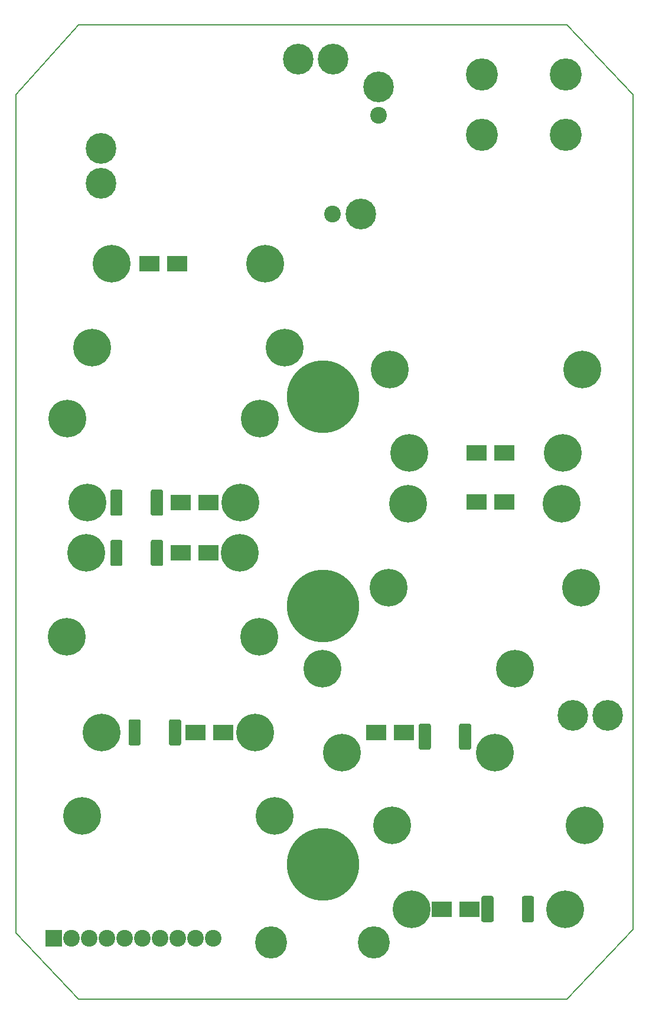
<source format=gbr>
G04 #@! TF.GenerationSoftware,KiCad,Pcbnew,(5.1.0)-1*
G04 #@! TF.CreationDate,2019-05-23T14:19:01+02:00*
G04 #@! TF.ProjectId,relay_card,72656c61-795f-4636-9172-642e6b696361,rev?*
G04 #@! TF.SameCoordinates,Original*
G04 #@! TF.FileFunction,Soldermask,Bot*
G04 #@! TF.FilePolarity,Negative*
%FSLAX46Y46*%
G04 Gerber Fmt 4.6, Leading zero omitted, Abs format (unit mm)*
G04 Created by KiCad (PCBNEW (5.1.0)-1) date 2019-05-23 14:19:01*
%MOMM*%
%LPD*%
G04 APERTURE LIST*
%ADD10C,0.150000*%
%ADD11C,5.400000*%
%ADD12C,4.600000*%
%ADD13C,2.400000*%
%ADD14R,2.400000X2.400000*%
%ADD15C,0.100000*%
%ADD16C,1.750000*%
%ADD17C,4.400000*%
%ADD18C,10.400000*%
%ADD19R,2.900000X2.200000*%
G04 APERTURE END LIST*
D10*
X160000000Y-29900000D02*
X169500000Y-39900000D01*
X90000000Y-169400000D02*
X81000000Y-159900000D01*
X160000000Y-169400000D02*
X169500000Y-159400000D01*
X90000000Y-29900000D02*
X81000000Y-39900000D01*
X160000000Y-29900000D02*
X90000000Y-29900000D01*
X169500000Y-159400000D02*
X169500000Y-39900000D01*
X90000000Y-169400000D02*
X160000000Y-169400000D01*
X81000000Y-39900000D02*
X81000000Y-159900000D01*
D11*
X134900000Y-144500000D03*
X162500000Y-144500000D03*
X159700000Y-156500000D03*
X137700000Y-156500000D03*
X118100000Y-143200000D03*
X90500000Y-143200000D03*
X93300000Y-131200000D03*
X115300000Y-131200000D03*
X119500000Y-76100000D03*
X91900000Y-76100000D03*
X94700000Y-64100000D03*
X116700000Y-64100000D03*
X124900000Y-122100000D03*
X152500000Y-122100000D03*
X149700000Y-134100000D03*
X127700000Y-134100000D03*
X115900000Y-117500000D03*
X88300000Y-117500000D03*
X91100000Y-105500000D03*
X113100000Y-105500000D03*
X88400000Y-86300000D03*
X116000000Y-86300000D03*
X113200000Y-98300000D03*
X91200000Y-98300000D03*
X162000000Y-110500000D03*
X134400000Y-110500000D03*
X137200000Y-98500000D03*
X159200000Y-98500000D03*
X134600000Y-79200000D03*
X162200000Y-79200000D03*
X159400000Y-91200000D03*
X137400000Y-91200000D03*
D12*
X132300000Y-161300000D03*
X117600000Y-161300000D03*
X147800000Y-37000000D03*
X159800000Y-45600000D03*
X147800000Y-45600000D03*
X159800000Y-37000000D03*
D13*
X109260000Y-160700000D03*
X106720000Y-160700000D03*
X104180000Y-160700000D03*
X101640000Y-160700000D03*
X99100000Y-160700000D03*
X96560000Y-160700000D03*
X94020000Y-160700000D03*
X91480000Y-160700000D03*
X88940000Y-160700000D03*
D14*
X86400000Y-160700000D03*
D15*
G36*
X101782692Y-96426561D02*
G01*
X101814151Y-96431227D01*
X101845000Y-96438954D01*
X101874944Y-96449669D01*
X101903694Y-96463266D01*
X101930972Y-96479616D01*
X101956517Y-96498561D01*
X101980081Y-96519919D01*
X102001439Y-96543483D01*
X102020384Y-96569028D01*
X102036734Y-96596306D01*
X102050331Y-96625056D01*
X102061046Y-96655000D01*
X102068773Y-96685849D01*
X102073439Y-96717308D01*
X102075000Y-96749073D01*
X102075000Y-99850927D01*
X102073439Y-99882692D01*
X102068773Y-99914151D01*
X102061046Y-99945000D01*
X102050331Y-99974944D01*
X102036734Y-100003694D01*
X102020384Y-100030972D01*
X102001439Y-100056517D01*
X101980081Y-100080081D01*
X101956517Y-100101439D01*
X101930972Y-100120384D01*
X101903694Y-100136734D01*
X101874944Y-100150331D01*
X101845000Y-100161046D01*
X101814151Y-100168773D01*
X101782692Y-100173439D01*
X101750927Y-100175000D01*
X100649073Y-100175000D01*
X100617308Y-100173439D01*
X100585849Y-100168773D01*
X100555000Y-100161046D01*
X100525056Y-100150331D01*
X100496306Y-100136734D01*
X100469028Y-100120384D01*
X100443483Y-100101439D01*
X100419919Y-100080081D01*
X100398561Y-100056517D01*
X100379616Y-100030972D01*
X100363266Y-100003694D01*
X100349669Y-99974944D01*
X100338954Y-99945000D01*
X100331227Y-99914151D01*
X100326561Y-99882692D01*
X100325000Y-99850927D01*
X100325000Y-96749073D01*
X100326561Y-96717308D01*
X100331227Y-96685849D01*
X100338954Y-96655000D01*
X100349669Y-96625056D01*
X100363266Y-96596306D01*
X100379616Y-96569028D01*
X100398561Y-96543483D01*
X100419919Y-96519919D01*
X100443483Y-96498561D01*
X100469028Y-96479616D01*
X100496306Y-96463266D01*
X100525056Y-96449669D01*
X100555000Y-96438954D01*
X100585849Y-96431227D01*
X100617308Y-96426561D01*
X100649073Y-96425000D01*
X101750927Y-96425000D01*
X101782692Y-96426561D01*
X101782692Y-96426561D01*
G37*
D16*
X101200000Y-98300000D03*
D15*
G36*
X95982692Y-96426561D02*
G01*
X96014151Y-96431227D01*
X96045000Y-96438954D01*
X96074944Y-96449669D01*
X96103694Y-96463266D01*
X96130972Y-96479616D01*
X96156517Y-96498561D01*
X96180081Y-96519919D01*
X96201439Y-96543483D01*
X96220384Y-96569028D01*
X96236734Y-96596306D01*
X96250331Y-96625056D01*
X96261046Y-96655000D01*
X96268773Y-96685849D01*
X96273439Y-96717308D01*
X96275000Y-96749073D01*
X96275000Y-99850927D01*
X96273439Y-99882692D01*
X96268773Y-99914151D01*
X96261046Y-99945000D01*
X96250331Y-99974944D01*
X96236734Y-100003694D01*
X96220384Y-100030972D01*
X96201439Y-100056517D01*
X96180081Y-100080081D01*
X96156517Y-100101439D01*
X96130972Y-100120384D01*
X96103694Y-100136734D01*
X96074944Y-100150331D01*
X96045000Y-100161046D01*
X96014151Y-100168773D01*
X95982692Y-100173439D01*
X95950927Y-100175000D01*
X94849073Y-100175000D01*
X94817308Y-100173439D01*
X94785849Y-100168773D01*
X94755000Y-100161046D01*
X94725056Y-100150331D01*
X94696306Y-100136734D01*
X94669028Y-100120384D01*
X94643483Y-100101439D01*
X94619919Y-100080081D01*
X94598561Y-100056517D01*
X94579616Y-100030972D01*
X94563266Y-100003694D01*
X94549669Y-99974944D01*
X94538954Y-99945000D01*
X94531227Y-99914151D01*
X94526561Y-99882692D01*
X94525000Y-99850927D01*
X94525000Y-96749073D01*
X94526561Y-96717308D01*
X94531227Y-96685849D01*
X94538954Y-96655000D01*
X94549669Y-96625056D01*
X94563266Y-96596306D01*
X94579616Y-96569028D01*
X94598561Y-96543483D01*
X94619919Y-96519919D01*
X94643483Y-96498561D01*
X94669028Y-96479616D01*
X94696306Y-96463266D01*
X94725056Y-96449669D01*
X94755000Y-96438954D01*
X94785849Y-96431227D01*
X94817308Y-96426561D01*
X94849073Y-96425000D01*
X95950927Y-96425000D01*
X95982692Y-96426561D01*
X95982692Y-96426561D01*
G37*
D16*
X95400000Y-98300000D03*
D17*
X121500000Y-34800000D03*
X126500000Y-34800000D03*
X93200000Y-52600000D03*
X93200000Y-47600000D03*
X160800000Y-128800000D03*
X165800000Y-128800000D03*
D18*
X125000000Y-150100000D03*
X125000000Y-113100000D03*
X125000000Y-83100000D03*
D15*
G36*
X104382692Y-129326561D02*
G01*
X104414151Y-129331227D01*
X104445000Y-129338954D01*
X104474944Y-129349669D01*
X104503694Y-129363266D01*
X104530972Y-129379616D01*
X104556517Y-129398561D01*
X104580081Y-129419919D01*
X104601439Y-129443483D01*
X104620384Y-129469028D01*
X104636734Y-129496306D01*
X104650331Y-129525056D01*
X104661046Y-129555000D01*
X104668773Y-129585849D01*
X104673439Y-129617308D01*
X104675000Y-129649073D01*
X104675000Y-132750927D01*
X104673439Y-132782692D01*
X104668773Y-132814151D01*
X104661046Y-132845000D01*
X104650331Y-132874944D01*
X104636734Y-132903694D01*
X104620384Y-132930972D01*
X104601439Y-132956517D01*
X104580081Y-132980081D01*
X104556517Y-133001439D01*
X104530972Y-133020384D01*
X104503694Y-133036734D01*
X104474944Y-133050331D01*
X104445000Y-133061046D01*
X104414151Y-133068773D01*
X104382692Y-133073439D01*
X104350927Y-133075000D01*
X103249073Y-133075000D01*
X103217308Y-133073439D01*
X103185849Y-133068773D01*
X103155000Y-133061046D01*
X103125056Y-133050331D01*
X103096306Y-133036734D01*
X103069028Y-133020384D01*
X103043483Y-133001439D01*
X103019919Y-132980081D01*
X102998561Y-132956517D01*
X102979616Y-132930972D01*
X102963266Y-132903694D01*
X102949669Y-132874944D01*
X102938954Y-132845000D01*
X102931227Y-132814151D01*
X102926561Y-132782692D01*
X102925000Y-132750927D01*
X102925000Y-129649073D01*
X102926561Y-129617308D01*
X102931227Y-129585849D01*
X102938954Y-129555000D01*
X102949669Y-129525056D01*
X102963266Y-129496306D01*
X102979616Y-129469028D01*
X102998561Y-129443483D01*
X103019919Y-129419919D01*
X103043483Y-129398561D01*
X103069028Y-129379616D01*
X103096306Y-129363266D01*
X103125056Y-129349669D01*
X103155000Y-129338954D01*
X103185849Y-129331227D01*
X103217308Y-129326561D01*
X103249073Y-129325000D01*
X104350927Y-129325000D01*
X104382692Y-129326561D01*
X104382692Y-129326561D01*
G37*
D16*
X103800000Y-131200000D03*
D15*
G36*
X98582692Y-129326561D02*
G01*
X98614151Y-129331227D01*
X98645000Y-129338954D01*
X98674944Y-129349669D01*
X98703694Y-129363266D01*
X98730972Y-129379616D01*
X98756517Y-129398561D01*
X98780081Y-129419919D01*
X98801439Y-129443483D01*
X98820384Y-129469028D01*
X98836734Y-129496306D01*
X98850331Y-129525056D01*
X98861046Y-129555000D01*
X98868773Y-129585849D01*
X98873439Y-129617308D01*
X98875000Y-129649073D01*
X98875000Y-132750927D01*
X98873439Y-132782692D01*
X98868773Y-132814151D01*
X98861046Y-132845000D01*
X98850331Y-132874944D01*
X98836734Y-132903694D01*
X98820384Y-132930972D01*
X98801439Y-132956517D01*
X98780081Y-132980081D01*
X98756517Y-133001439D01*
X98730972Y-133020384D01*
X98703694Y-133036734D01*
X98674944Y-133050331D01*
X98645000Y-133061046D01*
X98614151Y-133068773D01*
X98582692Y-133073439D01*
X98550927Y-133075000D01*
X97449073Y-133075000D01*
X97417308Y-133073439D01*
X97385849Y-133068773D01*
X97355000Y-133061046D01*
X97325056Y-133050331D01*
X97296306Y-133036734D01*
X97269028Y-133020384D01*
X97243483Y-133001439D01*
X97219919Y-132980081D01*
X97198561Y-132956517D01*
X97179616Y-132930972D01*
X97163266Y-132903694D01*
X97149669Y-132874944D01*
X97138954Y-132845000D01*
X97131227Y-132814151D01*
X97126561Y-132782692D01*
X97125000Y-132750927D01*
X97125000Y-129649073D01*
X97126561Y-129617308D01*
X97131227Y-129585849D01*
X97138954Y-129555000D01*
X97149669Y-129525056D01*
X97163266Y-129496306D01*
X97179616Y-129469028D01*
X97198561Y-129443483D01*
X97219919Y-129419919D01*
X97243483Y-129398561D01*
X97269028Y-129379616D01*
X97296306Y-129363266D01*
X97325056Y-129349669D01*
X97355000Y-129338954D01*
X97385849Y-129331227D01*
X97417308Y-129326561D01*
X97449073Y-129325000D01*
X98550927Y-129325000D01*
X98582692Y-129326561D01*
X98582692Y-129326561D01*
G37*
D16*
X98000000Y-131200000D03*
D15*
G36*
X101782692Y-103626561D02*
G01*
X101814151Y-103631227D01*
X101845000Y-103638954D01*
X101874944Y-103649669D01*
X101903694Y-103663266D01*
X101930972Y-103679616D01*
X101956517Y-103698561D01*
X101980081Y-103719919D01*
X102001439Y-103743483D01*
X102020384Y-103769028D01*
X102036734Y-103796306D01*
X102050331Y-103825056D01*
X102061046Y-103855000D01*
X102068773Y-103885849D01*
X102073439Y-103917308D01*
X102075000Y-103949073D01*
X102075000Y-107050927D01*
X102073439Y-107082692D01*
X102068773Y-107114151D01*
X102061046Y-107145000D01*
X102050331Y-107174944D01*
X102036734Y-107203694D01*
X102020384Y-107230972D01*
X102001439Y-107256517D01*
X101980081Y-107280081D01*
X101956517Y-107301439D01*
X101930972Y-107320384D01*
X101903694Y-107336734D01*
X101874944Y-107350331D01*
X101845000Y-107361046D01*
X101814151Y-107368773D01*
X101782692Y-107373439D01*
X101750927Y-107375000D01*
X100649073Y-107375000D01*
X100617308Y-107373439D01*
X100585849Y-107368773D01*
X100555000Y-107361046D01*
X100525056Y-107350331D01*
X100496306Y-107336734D01*
X100469028Y-107320384D01*
X100443483Y-107301439D01*
X100419919Y-107280081D01*
X100398561Y-107256517D01*
X100379616Y-107230972D01*
X100363266Y-107203694D01*
X100349669Y-107174944D01*
X100338954Y-107145000D01*
X100331227Y-107114151D01*
X100326561Y-107082692D01*
X100325000Y-107050927D01*
X100325000Y-103949073D01*
X100326561Y-103917308D01*
X100331227Y-103885849D01*
X100338954Y-103855000D01*
X100349669Y-103825056D01*
X100363266Y-103796306D01*
X100379616Y-103769028D01*
X100398561Y-103743483D01*
X100419919Y-103719919D01*
X100443483Y-103698561D01*
X100469028Y-103679616D01*
X100496306Y-103663266D01*
X100525056Y-103649669D01*
X100555000Y-103638954D01*
X100585849Y-103631227D01*
X100617308Y-103626561D01*
X100649073Y-103625000D01*
X101750927Y-103625000D01*
X101782692Y-103626561D01*
X101782692Y-103626561D01*
G37*
D16*
X101200000Y-105500000D03*
D15*
G36*
X95982692Y-103626561D02*
G01*
X96014151Y-103631227D01*
X96045000Y-103638954D01*
X96074944Y-103649669D01*
X96103694Y-103663266D01*
X96130972Y-103679616D01*
X96156517Y-103698561D01*
X96180081Y-103719919D01*
X96201439Y-103743483D01*
X96220384Y-103769028D01*
X96236734Y-103796306D01*
X96250331Y-103825056D01*
X96261046Y-103855000D01*
X96268773Y-103885849D01*
X96273439Y-103917308D01*
X96275000Y-103949073D01*
X96275000Y-107050927D01*
X96273439Y-107082692D01*
X96268773Y-107114151D01*
X96261046Y-107145000D01*
X96250331Y-107174944D01*
X96236734Y-107203694D01*
X96220384Y-107230972D01*
X96201439Y-107256517D01*
X96180081Y-107280081D01*
X96156517Y-107301439D01*
X96130972Y-107320384D01*
X96103694Y-107336734D01*
X96074944Y-107350331D01*
X96045000Y-107361046D01*
X96014151Y-107368773D01*
X95982692Y-107373439D01*
X95950927Y-107375000D01*
X94849073Y-107375000D01*
X94817308Y-107373439D01*
X94785849Y-107368773D01*
X94755000Y-107361046D01*
X94725056Y-107350331D01*
X94696306Y-107336734D01*
X94669028Y-107320384D01*
X94643483Y-107301439D01*
X94619919Y-107280081D01*
X94598561Y-107256517D01*
X94579616Y-107230972D01*
X94563266Y-107203694D01*
X94549669Y-107174944D01*
X94538954Y-107145000D01*
X94531227Y-107114151D01*
X94526561Y-107082692D01*
X94525000Y-107050927D01*
X94525000Y-103949073D01*
X94526561Y-103917308D01*
X94531227Y-103885849D01*
X94538954Y-103855000D01*
X94549669Y-103825056D01*
X94563266Y-103796306D01*
X94579616Y-103769028D01*
X94598561Y-103743483D01*
X94619919Y-103719919D01*
X94643483Y-103698561D01*
X94669028Y-103679616D01*
X94696306Y-103663266D01*
X94725056Y-103649669D01*
X94755000Y-103638954D01*
X94785849Y-103631227D01*
X94817308Y-103626561D01*
X94849073Y-103625000D01*
X95950927Y-103625000D01*
X95982692Y-103626561D01*
X95982692Y-103626561D01*
G37*
D16*
X95400000Y-105500000D03*
D15*
G36*
X149182692Y-154626561D02*
G01*
X149214151Y-154631227D01*
X149245000Y-154638954D01*
X149274944Y-154649669D01*
X149303694Y-154663266D01*
X149330972Y-154679616D01*
X149356517Y-154698561D01*
X149380081Y-154719919D01*
X149401439Y-154743483D01*
X149420384Y-154769028D01*
X149436734Y-154796306D01*
X149450331Y-154825056D01*
X149461046Y-154855000D01*
X149468773Y-154885849D01*
X149473439Y-154917308D01*
X149475000Y-154949073D01*
X149475000Y-158050927D01*
X149473439Y-158082692D01*
X149468773Y-158114151D01*
X149461046Y-158145000D01*
X149450331Y-158174944D01*
X149436734Y-158203694D01*
X149420384Y-158230972D01*
X149401439Y-158256517D01*
X149380081Y-158280081D01*
X149356517Y-158301439D01*
X149330972Y-158320384D01*
X149303694Y-158336734D01*
X149274944Y-158350331D01*
X149245000Y-158361046D01*
X149214151Y-158368773D01*
X149182692Y-158373439D01*
X149150927Y-158375000D01*
X148049073Y-158375000D01*
X148017308Y-158373439D01*
X147985849Y-158368773D01*
X147955000Y-158361046D01*
X147925056Y-158350331D01*
X147896306Y-158336734D01*
X147869028Y-158320384D01*
X147843483Y-158301439D01*
X147819919Y-158280081D01*
X147798561Y-158256517D01*
X147779616Y-158230972D01*
X147763266Y-158203694D01*
X147749669Y-158174944D01*
X147738954Y-158145000D01*
X147731227Y-158114151D01*
X147726561Y-158082692D01*
X147725000Y-158050927D01*
X147725000Y-154949073D01*
X147726561Y-154917308D01*
X147731227Y-154885849D01*
X147738954Y-154855000D01*
X147749669Y-154825056D01*
X147763266Y-154796306D01*
X147779616Y-154769028D01*
X147798561Y-154743483D01*
X147819919Y-154719919D01*
X147843483Y-154698561D01*
X147869028Y-154679616D01*
X147896306Y-154663266D01*
X147925056Y-154649669D01*
X147955000Y-154638954D01*
X147985849Y-154631227D01*
X148017308Y-154626561D01*
X148049073Y-154625000D01*
X149150927Y-154625000D01*
X149182692Y-154626561D01*
X149182692Y-154626561D01*
G37*
D16*
X148600000Y-156500000D03*
D15*
G36*
X154982692Y-154626561D02*
G01*
X155014151Y-154631227D01*
X155045000Y-154638954D01*
X155074944Y-154649669D01*
X155103694Y-154663266D01*
X155130972Y-154679616D01*
X155156517Y-154698561D01*
X155180081Y-154719919D01*
X155201439Y-154743483D01*
X155220384Y-154769028D01*
X155236734Y-154796306D01*
X155250331Y-154825056D01*
X155261046Y-154855000D01*
X155268773Y-154885849D01*
X155273439Y-154917308D01*
X155275000Y-154949073D01*
X155275000Y-158050927D01*
X155273439Y-158082692D01*
X155268773Y-158114151D01*
X155261046Y-158145000D01*
X155250331Y-158174944D01*
X155236734Y-158203694D01*
X155220384Y-158230972D01*
X155201439Y-158256517D01*
X155180081Y-158280081D01*
X155156517Y-158301439D01*
X155130972Y-158320384D01*
X155103694Y-158336734D01*
X155074944Y-158350331D01*
X155045000Y-158361046D01*
X155014151Y-158368773D01*
X154982692Y-158373439D01*
X154950927Y-158375000D01*
X153849073Y-158375000D01*
X153817308Y-158373439D01*
X153785849Y-158368773D01*
X153755000Y-158361046D01*
X153725056Y-158350331D01*
X153696306Y-158336734D01*
X153669028Y-158320384D01*
X153643483Y-158301439D01*
X153619919Y-158280081D01*
X153598561Y-158256517D01*
X153579616Y-158230972D01*
X153563266Y-158203694D01*
X153549669Y-158174944D01*
X153538954Y-158145000D01*
X153531227Y-158114151D01*
X153526561Y-158082692D01*
X153525000Y-158050927D01*
X153525000Y-154949073D01*
X153526561Y-154917308D01*
X153531227Y-154885849D01*
X153538954Y-154855000D01*
X153549669Y-154825056D01*
X153563266Y-154796306D01*
X153579616Y-154769028D01*
X153598561Y-154743483D01*
X153619919Y-154719919D01*
X153643483Y-154698561D01*
X153669028Y-154679616D01*
X153696306Y-154663266D01*
X153725056Y-154649669D01*
X153755000Y-154638954D01*
X153785849Y-154631227D01*
X153817308Y-154626561D01*
X153849073Y-154625000D01*
X154950927Y-154625000D01*
X154982692Y-154626561D01*
X154982692Y-154626561D01*
G37*
D16*
X154400000Y-156500000D03*
D15*
G36*
X140182692Y-129926561D02*
G01*
X140214151Y-129931227D01*
X140245000Y-129938954D01*
X140274944Y-129949669D01*
X140303694Y-129963266D01*
X140330972Y-129979616D01*
X140356517Y-129998561D01*
X140380081Y-130019919D01*
X140401439Y-130043483D01*
X140420384Y-130069028D01*
X140436734Y-130096306D01*
X140450331Y-130125056D01*
X140461046Y-130155000D01*
X140468773Y-130185849D01*
X140473439Y-130217308D01*
X140475000Y-130249073D01*
X140475000Y-133350927D01*
X140473439Y-133382692D01*
X140468773Y-133414151D01*
X140461046Y-133445000D01*
X140450331Y-133474944D01*
X140436734Y-133503694D01*
X140420384Y-133530972D01*
X140401439Y-133556517D01*
X140380081Y-133580081D01*
X140356517Y-133601439D01*
X140330972Y-133620384D01*
X140303694Y-133636734D01*
X140274944Y-133650331D01*
X140245000Y-133661046D01*
X140214151Y-133668773D01*
X140182692Y-133673439D01*
X140150927Y-133675000D01*
X139049073Y-133675000D01*
X139017308Y-133673439D01*
X138985849Y-133668773D01*
X138955000Y-133661046D01*
X138925056Y-133650331D01*
X138896306Y-133636734D01*
X138869028Y-133620384D01*
X138843483Y-133601439D01*
X138819919Y-133580081D01*
X138798561Y-133556517D01*
X138779616Y-133530972D01*
X138763266Y-133503694D01*
X138749669Y-133474944D01*
X138738954Y-133445000D01*
X138731227Y-133414151D01*
X138726561Y-133382692D01*
X138725000Y-133350927D01*
X138725000Y-130249073D01*
X138726561Y-130217308D01*
X138731227Y-130185849D01*
X138738954Y-130155000D01*
X138749669Y-130125056D01*
X138763266Y-130096306D01*
X138779616Y-130069028D01*
X138798561Y-130043483D01*
X138819919Y-130019919D01*
X138843483Y-129998561D01*
X138869028Y-129979616D01*
X138896306Y-129963266D01*
X138925056Y-129949669D01*
X138955000Y-129938954D01*
X138985849Y-129931227D01*
X139017308Y-129926561D01*
X139049073Y-129925000D01*
X140150927Y-129925000D01*
X140182692Y-129926561D01*
X140182692Y-129926561D01*
G37*
D16*
X139600000Y-131800000D03*
D15*
G36*
X145982692Y-129926561D02*
G01*
X146014151Y-129931227D01*
X146045000Y-129938954D01*
X146074944Y-129949669D01*
X146103694Y-129963266D01*
X146130972Y-129979616D01*
X146156517Y-129998561D01*
X146180081Y-130019919D01*
X146201439Y-130043483D01*
X146220384Y-130069028D01*
X146236734Y-130096306D01*
X146250331Y-130125056D01*
X146261046Y-130155000D01*
X146268773Y-130185849D01*
X146273439Y-130217308D01*
X146275000Y-130249073D01*
X146275000Y-133350927D01*
X146273439Y-133382692D01*
X146268773Y-133414151D01*
X146261046Y-133445000D01*
X146250331Y-133474944D01*
X146236734Y-133503694D01*
X146220384Y-133530972D01*
X146201439Y-133556517D01*
X146180081Y-133580081D01*
X146156517Y-133601439D01*
X146130972Y-133620384D01*
X146103694Y-133636734D01*
X146074944Y-133650331D01*
X146045000Y-133661046D01*
X146014151Y-133668773D01*
X145982692Y-133673439D01*
X145950927Y-133675000D01*
X144849073Y-133675000D01*
X144817308Y-133673439D01*
X144785849Y-133668773D01*
X144755000Y-133661046D01*
X144725056Y-133650331D01*
X144696306Y-133636734D01*
X144669028Y-133620384D01*
X144643483Y-133601439D01*
X144619919Y-133580081D01*
X144598561Y-133556517D01*
X144579616Y-133530972D01*
X144563266Y-133503694D01*
X144549669Y-133474944D01*
X144538954Y-133445000D01*
X144531227Y-133414151D01*
X144526561Y-133382692D01*
X144525000Y-133350927D01*
X144525000Y-130249073D01*
X144526561Y-130217308D01*
X144531227Y-130185849D01*
X144538954Y-130155000D01*
X144549669Y-130125056D01*
X144563266Y-130096306D01*
X144579616Y-130069028D01*
X144598561Y-130043483D01*
X144619919Y-130019919D01*
X144643483Y-129998561D01*
X144669028Y-129979616D01*
X144696306Y-129963266D01*
X144725056Y-129949669D01*
X144755000Y-129938954D01*
X144785849Y-129931227D01*
X144817308Y-129926561D01*
X144849073Y-129925000D01*
X145950927Y-129925000D01*
X145982692Y-129926561D01*
X145982692Y-129926561D01*
G37*
D16*
X145400000Y-131800000D03*
D17*
X130400000Y-57000000D03*
D13*
X126400000Y-57000000D03*
D17*
X133000000Y-38800000D03*
D13*
X133000000Y-42800000D03*
D19*
X106700000Y-131200000D03*
X110700000Y-131200000D03*
X104600000Y-105500000D03*
X108600000Y-105500000D03*
X104600000Y-98300000D03*
X108600000Y-98300000D03*
X146000000Y-156500000D03*
X142000000Y-156500000D03*
X151000000Y-98200000D03*
X147000000Y-98200000D03*
X151000000Y-91200000D03*
X147000000Y-91200000D03*
X100100000Y-64100000D03*
X104100000Y-64100000D03*
X136600000Y-131200000D03*
X132600000Y-131200000D03*
M02*

</source>
